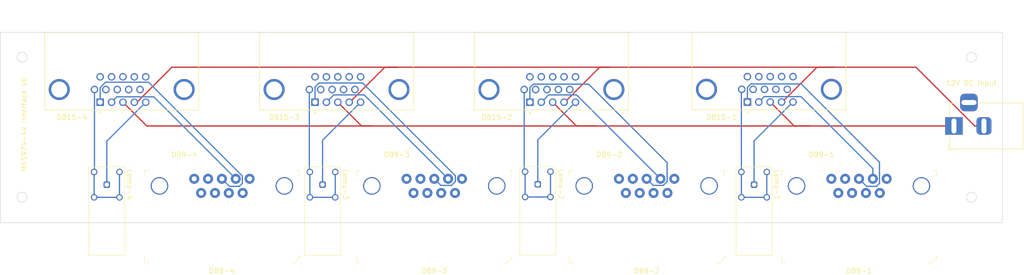
<source format=kicad_pcb>
(kicad_pcb (version 20240108) (generator "pcbnew") (generator_version "8.0")
  (title_block (title "MKS974-4x Interface board") (date "2025-02-14") (rev "0"))
  (layers (0 "F.Cu" signal) (31 "B.Cu" signal) (34 "B.Paste" user) (35 "F.Paste" user) (36 "B.SilkS" user "B.Silkscreen") (37 "F.SilkS" user "F.Silkscreen") (38 "B.Mask" user) (39 "F.Mask" user) (44 "Edge.Cuts" user))
  (net 0 "")
  (net 3 "Net-(DB15-1-Pad2)")
  (net 4 "/Lemo 1 (+)")
  (net 9 "/Lemo 1 (-)")
  (net 10 "Net-(DB15-1-Pad1)")
  (net 17 "Net-(DB15-2-Pad2)")
  (net 19 "Net-(DB15-2-Pad1)")
  (net 21 "Net-(DB15-3-Pad2)")
  (net 22 "Net-(DB15-3-Pad1)")
  (net 26 "/Lemo 2 (+)")
  (net 31 "/Lemo 2 (-)")
  (net 39 "Net-(DB15-4-Pad2)")
  (net 40 "Net-(DB15-4-Pad1)")
  (net 42 "/Lemo 3 (+)")
  (net 43 "Net-(DB15-1-Pad3)")
  (net 48 "/Lemo 3 (-)")
  (net 53 "Net-(DB15-1-Pad4)")
  (net 62 "/Lemo 4 (+)")
  (net 64 "/Lemo 4 (-)")
  (footprint "Connector_BarrelJack:BarrelJack_Horizontal" (layer "F.Cu") (at 231.5 51.7575 180)
    (property "Reference" "12V DC input" (at -3.46 8.5775 0) (layer "F.SilkS"))
    (property "Value" "Barrel_Jack" (hide yes))
    (fp_line (start 1.1 -3.75) (end 1.1 -4.8) (stroke (width 0.12)) (layer "F.SilkS"))
    (fp_line (start 0.9 4.6) (end -1 4.6) (stroke (width 0.12)) (layer "F.SilkS"))
    (fp_line (start 0.9 1.9) (end 0.9 4.6) (stroke (width 0.12)) (layer "F.SilkS"))
    (fp_line (start 0.9 -4.6) (end 0.9 -2) (stroke (width 0.12)) (layer "F.SilkS"))
    (fp_line (start 0.05 -4.8) (end 1.1 -4.8) (stroke (width 0.12)) (layer "F.SilkS"))
    (fp_line (start -5 4.6) (end -13.8 4.6) (stroke (width 0.12)) (layer "F.SilkS"))
    (fp_line (start -13.8 4.6) (end -13.8 -4.6) (stroke (width 0.12)) (layer "F.SilkS"))
    (fp_line (start -13.8 -4.6) (end 0.9 -4.6) (stroke (width 0.12)) (layer "F.SilkS"))
    (pad "1" thru_hole rect (at 0 0 180) (size 3.5 3.5) (drill oval 1 3) (layers "*.Cu" "*.Mask") (net 43 "Net-(DB15-1-Pad3)"))
    (pad "2" thru_hole roundrect (at -6 0 180) (size 3 3.5) (drill oval 1 3) (layers "*.Cu" "*.Mask") (net 53 "Net-(DB15-1-Pad4)"))
    (pad "3" thru_hole roundrect (at -3 4.7 180) (size 3.5 3.5) (drill oval 3 1) (layers "*.Cu" "*.Mask"))
  )
  (footprint "digikey-footprints:DSUB-9_Receptical_A-DF_09_A_KG-T2S" (layer "F.Cu") (at 212.5 63.75 180)
    (property "Reference" "DB9-1" (at 0 -17 0) (layer "F.SilkS"))
    (property "Value" "DB9_Male_MountingHoles" (hide yes))
    (fp_line (start 15.5 3.1) (end 15.5 2.1) (stroke (width 0.1)) (layer "F.SilkS"))
    (fp_line (start 15.5 -15.4) (end 15.5 -14) (stroke (width 0.1)) (layer "F.SilkS"))
    (fp_line (start 14.8 3.1) (end 15.5 3.1) (stroke (width 0.1)) (layer "F.SilkS"))
    (fp_line (start 14.7 -15.4) (end 15.5 -15.4) (stroke (width 0.1)) (layer "F.SilkS"))
    (fp_line (start -13.9 -15.4) (end -14.6 -15.4) (stroke (width 0.1)) (layer "F.SilkS"))
    (fp_line (start -14.6 -15.4) (end -15.5 -14.5) (stroke (width 0.1)) (layer "F.SilkS"))
    (fp_line (start -14.9 3.1) (end -15.5 3.1) (stroke (width 0.1)) (layer "F.SilkS"))
    (fp_line (start -15.5 3.1) (end -15.5 1.9) (stroke (width 0.1)) (layer "F.SilkS"))
    (fp_line (start -15.5 -14.1) (end -15.7 -14.1) (stroke (width 0.1)) (layer "F.SilkS"))
    (fp_line (start -15.5 -14.5) (end -15.5 -14.1) (stroke (width 0.1)) (layer "F.SilkS"))
    (fp_text user "${REFERENCE}" (at 7.5 6.25 0) (layer "F.SilkS"))
    (pad "1" thru_hole circle (at -5.54 1.42 180) (size 2 2) (drill 1) (layers "*.Cu" "*.Mask"))
    (pad "2" thru_hole circle (at -2.77 1.42 180) (size 2 2) (drill 1) (layers "*.Cu" "*.Mask") (net 3 "Net-(DB15-1-Pad2)"))
    (pad "3" thru_hole circle (at 0 1.42 180) (size 2 2) (drill 1) (layers "*.Cu" "*.Mask") (net 10 "Net-(DB15-1-Pad1)"))
    (pad "4" thru_hole circle (at 2.77 1.42 180) (size 2 2) (drill 1) (layers "*.Cu" "*.Mask"))
    (pad "5" thru_hole circle (at 5.54 1.42 180) (size 2 2) (drill 1) (layers "*.Cu" "*.Mask"))
    (pad "6" thru_hole circle (at -4.155 -1.42 180) (size 2 2) (drill 1) (layers "*.Cu" "*.Mask"))
    (pad "7" thru_hole circle (at -1.385 -1.42 180) (size 2 2) (drill 1) (layers "*.Cu" "*.Mask"))
    (pad "8" thru_hole circle (at 1.385 -1.42 180) (size 2 2) (drill 1) (layers "*.Cu" "*.Mask"))
    (pad "9" thru_hole circle (at 4.155 -1.42 180) (size 2 2) (drill 1) (layers "*.Cu" "*.Mask"))
    (pad "10" thru_hole circle (at -12.495 0 180) (size 3.5 3.5) (drill 3.05) (layers "*.Cu" "*.Mask"))
    (pad "10" thru_hole circle (at 12.495 0 180) (size 3.5 3.5) (drill 3.05) (layers "*.Cu" "*.Mask"))
  )
  (footprint "ICD15S13E4GX00LF(1):AMPHENOL_ICD15S13E4GX00LF" (layer "F.Cu") (at 107.94175 44.4625 180)
    (property "Reference" "DB15-3" (at 10.44175 -5.5375 180) (layer "F.SilkS"))
    (property "Value" "DB15_Male_HighDensity_MountingHoles" (hide yes))
    (fp_line (start 15.405 11.43) (end -15.405 11.43) (stroke (width 0.127)) (layer "F.SilkS"))
    (fp_line (start 15.405 -4.1) (end 15.405 11.43) (stroke (width 0.127)) (layer "F.SilkS"))
    (fp_line (start -15.405 11.43) (end -15.405 -4.1) (stroke (width 0.127)) (layer "F.SilkS"))
    (fp_line (start -15.405 -4.1) (end 15.405 -4.1) (stroke (width 0.127)) (layer "F.SilkS"))
    (fp_circle (center 4.305 -4.75) (end 4.405 -4.75) (stroke (width 0.2)) (fill none) (layer "F.SilkS"))
    (pad "1" thru_hole rect (at 4.305 -2.54 180) (size 1.508 1.508) (drill 1) (layers "*.Cu" "*.Mask") (net 22 "Net-(DB15-3-Pad1)"))
    (pad "2" thru_hole circle (at 2.025 -2.54 180) (size 1.508 1.508) (drill 1) (layers "*.Cu" "*.Mask") (net 21 "Net-(DB15-3-Pad2)"))
    (pad "3" thru_hole circle (at -0.255 -2.54 180) (size 1.508 1.508) (drill 1) (layers "*.Cu" "*.Mask") (net 43 "Net-(DB15-1-Pad3)"))
    (pad "4" thru_hole circle (at -2.535 -2.54 180) (size 1.508 1.508) (drill 1) (layers "*.Cu" "*.Mask") (net 53 "Net-(DB15-1-Pad4)"))
    (pad "5" thru_hole circle (at -4.815 -2.54 180) (size 1.508 1.508) (drill 1) (layers "*.Cu" "*.Mask") (net 62 "/Lemo 4 (+)"))
    (pad "6" thru_hole circle (at 5.445 0 180) (size 1.508 1.508) (drill 1) (layers "*.Cu" "*.Mask") (net 64 "/Lemo 4 (-)"))
    (pad "7" thru_hole circle (at 3.165 0 180) (size 1.508 1.508) (drill 1) (layers "*.Cu" "*.Mask"))
    (pad "8" thru_hole circle (at 0.885 0 180) (size 1.508 1.508) (drill 1) (layers "*.Cu" "*.Mask"))
    (pad "9" thru_hole circle (at -1.395 0 180) (size 1.508 1.508) (drill 1) (layers "*.Cu" "*.Mask"))
    (pad "10" thru_hole circle (at -3.675 0 180) (size 1.508 1.508) (drill 1) (layers "*.Cu" "*.Mask"))
    (pad "11" thru_hole circle (at 4.305 2.54 180) (size 1.508 1.508) (drill 1) (layers "*.Cu" "*.Mask"))
    (pad "12" thru_hole circle (at 2.025 2.54 180) (size 1.508 1.508) (drill 1) (layers "*.Cu" "*.Mask"))
    (pad "13" thru_hole circle (at -0.255 2.54 180) (size 1.508 1.508) (drill 1) (layers "*.Cu" "*.Mask"))
    (pad "14" thru_hole circle (at -2.535 2.54 180) (size 1.508 1.508) (drill 1) (layers "*.Cu" "*.Mask"))
    (pad "15" thru_hole circle (at -4.815 2.54 180) (size 1.508 1.508) (drill 1) (layers "*.Cu" "*.Mask"))
    (pad "S1" thru_hole circle (at -12.495 0 180) (size 4.216 4.216) (drill 3.2) (layers "*.Cu" "*.Mask"))
    (pad "S2" thru_hole circle (at 12.495 0 180) (size 4.216 4.216) (drill 3.2) (layers "*.Cu" "*.Mask"))
  )
  (footprint "digikey-footprints:DSUB-9_Receptical_A-DF_09_A_KG-T2S" (layer "F.Cu") (at 170 63.75 180)
    (property "Reference" "DB9-2" (at 0 -17 0) (layer "F.SilkS"))
    (property "Value" "DB9_Male_MountingHoles" (hide yes))
    (fp_line (start 15.5 3.1) (end 15.5 2.1) (stroke (width 0.1)) (layer "F.SilkS"))
    (fp_line (start 15.5 -15.4) (end 15.5 -14) (stroke (width 0.1)) (layer "F.SilkS"))
    (fp_line (start 14.8 3.1) (end 15.5 3.1) (stroke (width 0.1)) (layer "F.SilkS"))
    (fp_line (start 14.7 -15.4) (end 15.5 -15.4) (stroke (width 0.1)) (layer "F.SilkS"))
    (fp_line (start -13.9 -15.4) (end -14.6 -15.4) (stroke (width 0.1)) (layer "F.SilkS"))
    (fp_line (start -14.6 -15.4) (end -15.5 -14.5) (stroke (width 0.1)) (layer "F.SilkS"))
    (fp_line (start -14.9 3.1) (end -15.5 3.1) (stroke (width 0.1)) (layer "F.SilkS"))
    (fp_line (start -15.5 3.1) (end -15.5 1.9) (stroke (width 0.1)) (layer "F.SilkS"))
    (fp_line (start -15.5 -14.1) (end -15.7 -14.1) (stroke (width 0.1)) (layer "F.SilkS"))
    (fp_line (start -15.5 -14.5) (end -15.5 -14.1) (stroke (width 0.1)) (layer "F.SilkS"))
    (fp_text user "${REFERENCE}" (at 7.5 6.25 0) (layer "F.SilkS"))
    (pad "1" thru_hole circle (at -5.54 1.42 180) (size 2 2) (drill 1) (layers "*.Cu" "*.Mask"))
    (pad "2" thru_hole circle (at -2.77 1.42 180) (size 2 2) (drill 1) (layers "*.Cu" "*.Mask") (net 17 "Net-(DB15-2-Pad2)"))
    (pad "3" thru_hole circle (at 0 1.42 180) (size 2 2) (drill 1) (layers "*.Cu" "*.Mask") (net 19 "Net-(DB15-2-Pad1)"))
    (pad "4" thru_hole circle (at 2.77 1.42 180) (size 2 2) (drill 1) (layers "*.Cu" "*.Mask"))
    (pad "5" thru_hole circle (at 5.54 1.42 180) (size 2 2) (drill 1) (layers "*.Cu" "*.Mask"))
    (pad "6" thru_hole circle (at -4.155 -1.42 180) (size 2 2) (drill 1) (layers "*.Cu" "*.Mask"))
    (pad "7" thru_hole circle (at -1.385 -1.42 180) (size 2 2) (drill 1) (layers "*.Cu" "*.Mask"))
    (pad "8" thru_hole circle (at 1.385 -1.42 180) (size 2 2) (drill 1) (layers "*.Cu" "*.Mask"))
    (pad "9" thru_hole circle (at 4.155 -1.42 180) (size 2 2) (drill 1) (layers "*.Cu" "*.Mask"))
    (pad "10" thru_hole circle (at -12.495 0 180) (size 3.5 3.5) (drill 3.05) (layers "*.Cu" "*.Mask"))
    (pad "10" thru_hole circle (at 12.495 0 180) (size 3.5 3.5) (drill 3.05) (layers "*.Cu" "*.Mask"))
  )
  (footprint "digikey-footprints:DSUB-9_Receptical_A-DF_09_A_KG-T2S" (layer "F.Cu") (at 85 63.75 180)
    (property "Reference" "DB9-4" (at 0 -17 0) (layer "F.SilkS"))
    (property "Value" "DB9_Male_MountingHoles" (hide yes))
    (fp_line (start 15.5 3.1) (end 15.5 2.1) (stroke (width 0.1)) (layer "F.SilkS"))
    (fp_line (start 15.5 -15.4) (end 15.5 -14) (stroke (width 0.1)) (layer "F.SilkS"))
    (fp_line (start 14.8 3.1) (end 15.5 3.1) (stroke (width 0.1)) (layer "F.SilkS"))
    (fp_line (start 14.7 -15.4) (end 15.5 -15.4) (stroke (width 0.1)) (layer "F.SilkS"))
    (fp_line (start -13.9 -15.4) (end -14.6 -15.4) (stroke (width 0.1)) (layer "F.SilkS"))
    (fp_line (start -14.6 -15.4) (end -15.5 -14.5) (stroke (width 0.1)) (layer "F.SilkS"))
    (fp_line (start -14.9 3.1) (end -15.5 3.1) (stroke (width 0.1)) (layer "F.SilkS"))
    (fp_line (start -15.5 3.1) (end -15.5 1.9) (stroke (width 0.1)) (layer "F.SilkS"))
    (fp_line (start -15.5 -14.1) (end -15.7 -14.1) (stroke (width 0.1)) (layer "F.SilkS"))
    (fp_line (start -15.5 -14.5) (end -15.5 -14.1) (stroke (width 0.1)) (layer "F.SilkS"))
    (fp_text user "${REFERENCE}" (at 7.5 6.25 0) (layer "F.SilkS"))
    (pad "1" thru_hole circle (at -5.54 1.42 180) (size 2 2) (drill 1) (layers "*.Cu" "*.Mask"))
    (pad "2" thru_hole circle (at -2.77 1.42 180) (size 2 2) (drill 1) (layers "*.Cu" "*.Mask") (net 39 "Net-(DB15-4-Pad2)"))
    (pad "3" thru_hole circle (at 0 1.42 180) (size 2 2) (drill 1) (layers "*.Cu" "*.Mask") (net 40 "Net-(DB15-4-Pad1)"))
    (pad "4" thru_hole circle (at 2.77 1.42 180) (size 2 2) (drill 1) (layers "*.Cu" "*.Mask"))
    (pad "5" thru_hole circle (at 5.54 1.42 180) (size 2 2) (drill 1) (layers "*.Cu" "*.Mask"))
    (pad "6" thru_hole circle (at -4.155 -1.42 180) (size 2 2) (drill 1) (layers "*.Cu" "*.Mask"))
    (pad "7" thru_hole circle (at -1.385 -1.42 180) (size 2 2) (drill 1) (layers "*.Cu" "*.Mask"))
    (pad "8" thru_hole circle (at 1.385 -1.42 180) (size 2 2) (drill 1) (layers "*.Cu" "*.Mask"))
    (pad "9" thru_hole circle (at 4.155 -1.42 180) (size 2 2) (drill 1) (layers "*.Cu" "*.Mask"))
    (pad "10" thru_hole circle (at -12.495 0 180) (size 3.5 3.5) (drill 3.05) (layers "*.Cu" "*.Mask"))
    (pad "10" thru_hole circle (at 12.495 0 180) (size 3.5 3.5) (drill 3.05) (layers "*.Cu" "*.Mask"))
  )
  (footprint "Connector_Coaxial:LEMO-EPL.00.250.NTN" (layer "F.Cu") (at 105.14 63.5 -90)
    (property "Reference" "Lemo-3" (at 0 -4.6 -90) (layer "F.SilkS"))
    (property "Value" "Conn_Coaxial" (hide yes))
    (fp_line (start -3.56 3.6) (end 14.14 3.6) (stroke (width 0.1)) (layer "F.SilkS"))
    (fp_line (start 14.14 3.6) (end 14.14 -3.6) (stroke (width 0.1)) (layer "F.SilkS"))
    (fp_line (start -3.56 -3.6) (end -3.56 3.6) (stroke (width 0.1)) (layer "F.SilkS"))
    (fp_line (start 14.14 -3.6) (end -3.56 -3.6) (stroke (width 0.1)) (layer "F.SilkS"))
    (pad "1" thru_hole roundrect (at 0 0 270) (size 1.3 1.3) (drill 0.85) (layers "*.Cu" "*.Mask") (net 62 "/Lemo 4 (+)"))
    (pad "2" thru_hole circle (at -2.54 -2.54 270) (size 1.3 1.3) (drill 0.85) (layers "*.Cu" "*.Mask") (net 64 "/Lemo 4 (-)"))
    (pad "2" thru_hole circle (at -2.54 2.54 270) (size 1.3 1.3) (drill 0.85) (layers "*.Cu" "*.Mask") (net 64 "/Lemo 4 (-)"))
    (pad "2" thru_hole circle (at 2.54 -2.54 270) (size 1.3 1.3) (drill 0.85) (layers "*.Cu" "*.Mask") (net 64 "/Lemo 4 (-)"))
    (pad "2" thru_hole circle (at 2.54 2.54 270) (size 1.3 1.3) (drill 0.85) (layers "*.Cu" "*.Mask") (net 64 "/Lemo 4 (-)"))
  )
  (footprint "Connector_Coaxial:LEMO-EPL.00.250.NTN" (layer "F.Cu") (at 191.5 63.5 -90)
    (property "Reference" "Lemo-1" (at 0 -4.6 -90) (layer "F.SilkS"))
    (property "Value" "Conn_Coaxial" (hide yes))
    (fp_line (start -3.56 3.6) (end 14.14 3.6) (stroke (width 0.1)) (layer "F.SilkS"))
    (fp_line (start 14.14 3.6) (end 14.14 -3.6) (stroke (width 0.1)) (layer "F.SilkS"))
    (fp_line (start -3.56 -3.6) (end -3.56 3.6) (stroke (width 0.1)) (layer "F.SilkS"))
    (fp_line (start 14.14 -3.6) (end -3.56 -3.6) (stroke (width 0.1)) (layer "F.SilkS"))
    (pad "1" thru_hole roundrect (at 0 0 270) (size 1.3 1.3) (drill 0.85) (layers "*.Cu" "*.Mask") (net 42 "/Lemo 3 (+)"))
    (pad "2" thru_hole circle (at -2.54 -2.54 270) (size 1.3 1.3) (drill 0.85) (layers "*.Cu" "*.Mask") (net 48 "/Lemo 3 (-)"))
    (pad "2" thru_hole circle (at -2.54 2.54 270) (size 1.3 1.3) (drill 0.85) (layers "*.Cu" "*.Mask") (net 48 "/Lemo 3 (-)"))
    (pad "2" thru_hole circle (at 2.54 -2.54 270) (size 1.3 1.3) (drill 0.85) (layers "*.Cu" "*.Mask") (net 48 "/Lemo 3 (-)"))
    (pad "2" thru_hole circle (at 2.54 2.54 270) (size 1.3 1.3) (drill 0.85) (layers "*.Cu" "*.Mask") (net 48 "/Lemo 3 (-)"))
  )
  (footprint "ICD15S13E4GX00LF(1):AMPHENOL_ICD15S13E4GX00LF" (layer "F.Cu") (at 64.94175 44.4625 180)
    (property "Reference" "DB15-4" (at 9.94175 -5.5375 180) (layer "F.SilkS"))
    (property "Value" "DB15_Male_HighDensity_MountingHoles" (hide yes))
    (fp_line (start 15.405 11.43) (end -15.405 11.43) (stroke (width 0.127)) (layer "F.SilkS"))
    (fp_line (start 15.405 -4.1) (end 15.405 11.43) (stroke (width 0.127)) (layer "F.SilkS"))
    (fp_line (start -15.405 11.43) (end -15.405 -4.1) (stroke (width 0.127)) (layer "F.SilkS"))
    (fp_line (start -15.405 -4.1) (end 15.405 -4.1) (stroke (width 0.127)) (layer "F.SilkS"))
    (fp_circle (center 4.305 -4.75) (end 4.405 -4.75) (stroke (width 0.2)) (fill none) (layer "F.SilkS"))
    (pad "1" thru_hole rect (at 4.305 -2.54 180) (size 1.508 1.508) (drill 1) (layers "*.Cu" "*.Mask") (net 40 "Net-(DB15-4-Pad1)"))
    (pad "2" thru_hole circle (at 2.025 -2.54 180) (size 1.508 1.508) (drill 1) (layers "*.Cu" "*.Mask") (net 39 "Net-(DB15-4-Pad2)"))
    (pad "3" thru_hole circle (at -0.255 -2.54 180) (size 1.508 1.508) (drill 1) (layers "*.Cu" "*.Mask") (net 43 "Net-(DB15-1-Pad3)"))
    (pad "4" thru_hole circle (at -2.535 -2.54 180) (size 1.508 1.508) (drill 1) (layers "*.Cu" "*.Mask") (net 53 "Net-(DB15-1-Pad4)"))
    (pad "5" thru_hole circle (at -4.815 -2.54 180) (size 1.508 1.508) (drill 1) (layers "*.Cu" "*.Mask") (net 26 "/Lemo 2 (+)"))
    (pad "6" thru_hole circle (at 5.445 0 180) (size 1.508 1.508) (drill 1) (layers "*.Cu" "*.Mask") (net 31 "/Lemo 2 (-)"))
    (pad "7" thru_hole circle (at 3.165 0 180) (size 1.508 1.508) (drill 1) (layers "*.Cu" "*.Mask"))
    (pad "8" thru_hole circle (at 0.885 0 180) (size 1.508 1.508) (drill 1) (layers "*.Cu" "*.Mask"))
    (pad "9" thru_hole circle (at -1.395 0 180) (size 1.508 1.508) (drill 1) (layers "*.Cu" "*.Mask"))
    (pad "10" thru_hole circle (at -3.675 0 180) (size 1.508 1.508) (drill 1) (layers "*.Cu" "*.Mask"))
    (pad "11" thru_hole circle (at 4.305 2.54 180) (size 1.508 1.508) (drill 1) (layers "*.Cu" "*.Mask"))
    (pad "12" thru_hole circle (at 2.025 2.54 180) (size 1.508 1.508) (drill 1) (layers "*.Cu" "*.Mask"))
    (pad "13" thru_hole circle (at -0.255 2.54 180) (size 1.508 1.508) (drill 1) (layers "*.Cu" "*.Mask"))
    (pad "14" thru_hole circle (at -2.535 2.54 180) (size 1.508 1.508) (drill 1) (layers "*.Cu" "*.Mask"))
    (pad "15" thru_hole circle (at -4.815 2.54 180) (size 1.508 1.508) (drill 1) (layers "*.Cu" "*.Mask"))
    (pad "S1" thru_hole circle (at -12.495 0 180) (size 4.216 4.216) (drill 3.2) (layers "*.Cu" "*.Mask"))
    (pad "S2" thru_hole circle (at 12.495 0 180) (size 4.216 4.216) (drill 3.2) (layers "*.Cu" "*.Mask"))
  )
  (footprint "Connector_Coaxial:LEMO-EPL.00.250.NTN" (layer "F.Cu") (at 61.96 63.5 -90)
    (property "Reference" "Lemo-4" (at 0 -4.6 -90) (layer "F.SilkS"))
    (property "Value" "Conn_Coaxial" (hide yes))
    (fp_line (start -3.56 3.6) (end 14.14 3.6) (stroke (width 0.1)) (layer "F.SilkS"))
    (fp_line (start 14.14 3.6) (end 14.14 -3.6) (stroke (width 0.1)) (layer "F.SilkS"))
    (fp_line (start -3.56 -3.6) (end -3.56 3.6) (stroke (width 0.1)) (layer "F.SilkS"))
    (fp_line (start 14.14 -3.6) (end -3.56 -3.6) (stroke (width 0.1)) (layer "F.SilkS"))
    (pad "1" thru_hole roundrect (at 0 0 270) (size 1.3 1.3) (drill 0.85) (layers "*.Cu" "*.Mask") (net 26 "/Lemo 2 (+)"))
    (pad "2" thru_hole circle (at -2.54 -2.54 270) (size 1.3 1.3) (drill 0.85) (layers "*.Cu" "*.Mask") (net 31 "/Lemo 2 (-)"))
    (pad "2" thru_hole circle (at -2.54 2.54 270) (size 1.3 1.3) (drill 0.85) (layers "*.Cu" "*.Mask") (net 31 "/Lemo 2 (-)"))
    (pad "2" thru_hole circle (at 2.54 -2.54 270) (size 1.3 1.3) (drill 0.85) (layers "*.Cu" "*.Mask") (net 31 "/Lemo 2 (-)"))
    (pad "2" thru_hole circle (at 2.54 2.54 270) (size 1.3 1.3) (drill 0.85) (layers "*.Cu" "*.Mask") (net 31 "/Lemo 2 (-)"))
  )
  (footprint "Connector_Coaxial:LEMO-EPL.00.250.NTN" (layer "F.Cu") (at 148.215 63.435 -90)
    (property "Reference" "Lemo-2" (at 0 -4.6 -90) (layer "F.SilkS"))
    (property "Value" "Conn_Coaxial" (hide yes))
    (fp_line (start -3.56 3.6) (end 14.14 3.6) (stroke (width 0.1)) (layer "F.SilkS"))
    (fp_line (start 14.14 3.6) (end 14.14 -3.6) (stroke (width 0.1)) (layer "F.SilkS"))
    (fp_line (start -3.56 -3.6) (end -3.56 3.6) (stroke (width 0.1)) (layer "F.SilkS"))
    (fp_line (start 14.14 -3.6) (end -3.56 -3.6) (stroke (width 0.1)) (layer "F.SilkS"))
    (pad "1" thru_hole roundrect (at 0 0 270) (size 1.3 1.3) (drill 0.85) (layers "*.Cu" "*.Mask") (net 4 "/Lemo 1 (+)"))
    (pad "2" thru_hole circle (at -2.54 -2.54 270) (size 1.3 1.3) (drill 0.85) (layers "*.Cu" "*.Mask") (net 9 "/Lemo 1 (-)"))
    (pad "2" thru_hole circle (at -2.54 2.54 270) (size 1.3 1.3) (drill 0.85) (layers "*.Cu" "*.Mask") (net 9 "/Lemo 1 (-)"))
    (pad "2" thru_hole circle (at 2.54 -2.54 270) (size 1.3 1.3) (drill 0.85) (layers "*.Cu" "*.Mask") (net 9 "/Lemo 1 (-)"))
    (pad "2" thru_hole circle (at 2.54 2.54 270) (size 1.3 1.3) (drill 0.85) (layers "*.Cu" "*.Mask") (net 9 "/Lemo 1 (-)"))
  )
  (footprint "digikey-footprints:DSUB-9_Receptical_A-DF_09_A_KG-T2S" (layer "F.Cu") (at 127.5 63.75 180)
    (property "Reference" "DB9-3" (at 0 -17 0) (layer "F.SilkS"))
    (property "Value" "DB9_Male_MountingHoles" (hide yes))
    (fp_line (start 15.5 3.1) (end 15.5 2.1) (stroke (width 0.1)) (layer "F.SilkS"))
    (fp_line (start 15.5 -15.4) (end 15.5 -14) (stroke (width 0.1)) (layer "F.SilkS"))
    (fp_line (start 14.8 3.1) (end 15.5 3.1) (stroke (width 0.1)) (layer "F.SilkS"))
    (fp_line (start 14.7 -15.4) (end 15.5 -15.4) (stroke (width 0.1)) (layer "F.SilkS"))
    (fp_line (start -13.9 -15.4) (end -14.6 -15.4) (stroke (width 0.1)) (layer "F.SilkS"))
    (fp_line (start -14.6 -15.4) (end -15.5 -14.5) (stroke (width 0.1)) (layer "F.SilkS"))
    (fp_line (start -14.9 3.1) (end -15.5 3.1) (stroke (width 0.1)) (layer "F.SilkS"))
    (fp_line (start -15.5 3.1) (end -15.5 1.9) (stroke (width 0.1)) (layer "F.SilkS"))
    (fp_line (start -15.5 -14.1) (end -15.7 -14.1) (stroke (width 0.1)) (layer "F.SilkS"))
    (fp_line (start -15.5 -14.5) (end -15.5 -14.1) (stroke (width 0.1)) (layer "F.SilkS"))
    (fp_text user "${REFERENCE}" (at 7.5 6.25 0) (layer "F.SilkS"))
    (pad "1" thru_hole circle (at -5.54 1.42 180) (size 2 2) (drill 1) (layers "*.Cu" "*.Mask"))
    (pad "2" thru_hole circle (at -2.77 1.42 180) (size 2 2) (drill 1) (layers "*.Cu" "*.Mask") (net 21 "Net-(DB15-3-Pad2)"))
    (pad "3" thru_hole circle (at 0 1.42 180) (size 2 2) (drill 1) (layers "*.Cu" "*.Mask") (net 22 "Net-(DB15-3-Pad1)"))
    (pad "4" thru_hole circle (at 2.77 1.42 180) (size 2 2) (drill 1) (layers "*.Cu" "*.Mask"))
    (pad "5" thru_hole circle (at 5.54 1.42 180) (size 2 2) (drill 1) (layers "*.Cu" "*.Mask"))
    (pad "6" thru_hole circle (at -4.155 -1.42 180) (size 2 2) (drill 1) (layers "*.Cu" "*.Mask"))
    (pad "7" thru_hole circle (at -1.385 -1.42 180) (size 2 2) (drill 1) (layers "*.Cu" "*.Mask"))
    (pad "8" thru_hole circle (at 1.385 -1.42 180) (size 2 2) (drill 1) (layers "*.Cu" "*.Mask"))
    (pad "9" thru_hole circle (at 4.155 -1.42 180) (size 2 2) (drill 1) (layers "*.Cu" "*.Mask"))
    (pad "10" thru_hole circle (at -12.495 0 180) (size 3.5 3.5) (drill 3.05) (layers "*.Cu" "*.Mask"))
    (pad "10" thru_hole circle (at 12.495 0 180) (size 3.5 3.5) (drill 3.05) (layers "*.Cu" "*.Mask"))
  )
  (footprint "ICD15S13E4GX00LF(1):AMPHENOL_ICD15S13E4GX00LF" (layer "F.Cu") (at 194.47175 44.4225 180)
    (property "Reference" "DB15-1" (hide yes))
    (property "Value" "DB15_Male_HighDensity_MountingHoles" (hide yes))
    (fp_line (start 15.405 11.43) (end -15.405 11.43) (stroke (width 0.127)) (layer "F.SilkS"))
    (fp_line (start 15.405 -4.1) (end 15.405 11.43) (stroke (width 0.127)) (layer "F.SilkS"))
    (fp_line (start -15.405 11.43) (end -15.405 -4.1) (stroke (width 0.127)) (layer "F.SilkS"))
    (fp_line (start -15.405 -4.1) (end 15.405 -4.1) (stroke (width 0.127)) (layer "F.SilkS"))
    (fp_circle (center 4.305 -4.75) (end 4.405 -4.75) (stroke (width 0.2)) (fill none) (layer "F.SilkS"))
    (fp_text user "${REFERENCE}" (at 9.47175 -5.5775 0) (layer "F.SilkS"))
    (pad "1" thru_hole rect (at 4.305 -2.54 180) (size 1.508 1.508) (drill 1) (layers "*.Cu" "*.Mask") (net 10 "Net-(DB15-1-Pad1)"))
    (pad "2" thru_hole circle (at 2.025 -2.54 180) (size 1.508 1.508) (drill 1) (layers "*.Cu" "*.Mask") (net 3 "Net-(DB15-1-Pad2)"))
    (pad "3" thru_hole circle (at -0.255 -2.54 180) (size 1.508 1.508) (drill 1) (layers "*.Cu" "*.Mask") (net 43 "Net-(DB15-1-Pad3)"))
    (pad "4" thru_hole circle (at -2.535 -2.54 180) (size 1.508 1.508) (drill 1) (layers "*.Cu" "*.Mask") (net 53 "Net-(DB15-1-Pad4)"))
    (pad "5" thru_hole circle (at -4.815 -2.54 180) (size 1.508 1.508) (drill 1) (layers "*.Cu" "*.Mask") (net 42 "/Lemo 3 (+)"))
    (pad "6" thru_hole circle (at 5.445 0 180) (size 1.508 1.508) (drill 1) (layers "*.Cu" "*.Mask") (net 48 "/Lemo 3 (-)"))
    (pad "7" thru_hole circle (at 3.165 0 180) (size 1.508 1.508) (drill 1) (layers "*.Cu" "*.Mask"))
    (pad "8" thru_hole circle (at 0.885 0 180) (size 1.508 1.508) (drill 1) (layers "*.Cu" "*.Mask"))
    (pad "9" thru_hole circle (at -1.395 0 180) (size 1.508 1.508) (drill 1) (layers "*.Cu" "*.Mask"))
    (pad "10" thru_hole circle (at -3.675 0 180) (size 1.508 1.508) (drill 1) (layers "*.Cu" "*.Mask"))
    (pad "11" thru_hole circle (at 4.305 2.54 180) (size 1.508 1.508) (drill 1) (layers "*.Cu" "*.Mask"))
    (pad "12" thru_hole circle (at 2.025 2.54 180) (size 1.508 1.508) (drill 1) (layers "*.Cu" "*.Mask"))
    (pad "13" thru_hole circle (at -0.255 2.54 180) (size 1.508 1.508) (drill 1) (layers "*.Cu" "*.Mask"))
    (pad "14" thru_hole circle (at -2.535 2.54 180) (size 1.508 1.508) (drill 1) (layers "*.Cu" "*.Mask"))
    (pad "15" thru_hole circle (at -4.815 2.54 180) (size 1.508 1.508) (drill 1) (layers "*.Cu" "*.Mask"))
    (pad "S1" thru_hole circle (at -12.495 0 180) (size 4.216 4.216) (drill 3.2) (layers "*.Cu" "*.Mask"))
    (pad "S2" thru_hole circle (at 12.495 0 180) (size 4.216 4.216) (drill 3.2) (layers "*.Cu" "*.Mask"))
  )
  (footprint "ICD15S13E4GX00LF(1):AMPHENOL_ICD15S13E4GX00LF" (layer "F.Cu") (at 150.94175 44.4625 180)
    (property "Reference" "DB15-2" (hide yes))
    (property "Value" "DB15_Male_HighDensity_MountingHoles" (hide yes))
    (fp_line (start 15.405 11.43) (end -15.405 11.43) (stroke (width 0.127)) (layer "F.SilkS"))
    (fp_line (start 15.405 -4.1) (end 15.405 11.43) (stroke (width 0.127)) (layer "F.SilkS"))
    (fp_line (start -15.405 11.43) (end -15.405 -4.1) (stroke (width 0.127)) (layer "F.SilkS"))
    (fp_line (start -15.405 -4.1) (end 15.405 -4.1) (stroke (width 0.127)) (layer "F.SilkS"))
    (fp_circle (center 4.305 -4.75) (end 4.405 -4.75) (stroke (width 0.2)) (fill none) (layer "F.SilkS"))
    (fp_text user "${REFERENCE}" (at 10.94175 -5.5375 0) (layer "F.SilkS"))
    (pad "1" thru_hole rect (at 4.305 -2.54 180) (size 1.508 1.508) (drill 1) (layers "*.Cu" "*.Mask") (net 19 "Net-(DB15-2-Pad1)"))
    (pad "2" thru_hole circle (at 2.025 -2.54 180) (size 1.508 1.508) (drill 1) (layers "*.Cu" "*.Mask") (net 17 "Net-(DB15-2-Pad2)"))
    (pad "3" thru_hole circle (at -0.255 -2.54 180) (size 1.508 1.508) (drill 1) (layers "*.Cu" "*.Mask") (net 43 "Net-(DB15-1-Pad3)"))
    (pad "4" thru_hole circle (at -2.535 -2.54 180) (size 1.508 1.508) (drill 1) (layers "*.Cu" "*.Mask") (net 53 "Net-(DB15-1-Pad4)"))
    (pad "5" thru_hole circle (at -4.815 -2.54 180) (size 1.508 1.508) (drill 1) (layers "*.Cu" "*.Mask") (net 4 "/Lemo 1 (+)"))
    (pad "6" thru_hole circle (at 5.445 0 180) (size 1.508 1.508) (drill 1) (layers "*.Cu" "*.Mask") (net 9 "/Lemo 1 (-)"))
    (pad "7" thru_hole circle (at 3.165 0 180) (size 1.508 1.508) (drill 1) (layers "*.Cu" "*.Mask"))
    (pad "8" thru_hole circle (at 0.885 0 180) (size 1.508 1.508) (drill 1) (layers "*.Cu" "*.Mask"))
    (pad "9" thru_hole circle (at -1.395 0 180) (size 1.508 1.508) (drill 1) (layers "*.Cu" "*.Mask"))
    (pad "10" thru_hole circle (at -3.675 0 180) (size 1.508 1.508) (drill 1) (layers "*.Cu" "*.Mask"))
    (pad "11" thru_hole circle (at 4.305 2.54 180) (size 1.508 1.508) (drill 1) (layers "*.Cu" "*.Mask"))
    (pad "12" thru_hole circle (at 2.025 2.54 180) (size 1.508 1.508) (drill 1) (layers "*.Cu" "*.Mask"))
    (pad "13" thru_hole circle (at -0.255 2.54 180) (size 1.508 1.508) (drill 1) (layers "*.Cu" "*.Mask"))
    (pad "14" thru_hole circle (at -2.535 2.54 180) (size 1.508 1.508) (drill 1) (layers "*.Cu" "*.Mask"))
    (pad "15" thru_hole circle (at -4.815 2.54 180) (size 1.508 1.508) (drill 1) (layers "*.Cu" "*.Mask"))
    (pad "S1" thru_hole circle (at -12.495 0 180) (size 4.216 4.216) (drill 3.2) (layers "*.Cu" "*.Mask"))
    (pad "S2" thru_hole circle (at 12.495 0 180) (size 4.216 4.216) (drill 3.2) (layers "*.Cu" "*.Mask"))
  )
  (gr_circle (center 235 38) (end 234 38) (stroke (width 0.1)) (fill none) (layer "Edge.Cuts"))
  (gr_circle (center 45 38) (end 45 39) (stroke (width 0.1)) (fill none) (layer "Edge.Cuts"))
  (gr_circle (center 45 66) (end 45 65) (stroke (width 0.1)) (fill none) (layer "Edge.Cuts"))
  (gr_rect (start 40.64 33.02) (end 241.18 71.12) (stroke (width 0.1)) (fill none) (layer "Edge.Cuts"))
  (gr_circle (center 235 66) (end 236 66) (stroke (width 0.1)) (fill none) (layer "Edge.Cuts"))
  (gr_text "MKS974-4x Interface V${REVISION}" (at 46 60.96 90) (layer "F.SilkS") (effects (font (size 1 1)) (justify left bottom)))
  (segment (start 215.27 60.27) (end 215.27 62.33) (width 0.25) (layer "B.Cu") (net 3))
  (segment (start 192.44675 46.9625) (end 193.52575 45.8835) (width 0.25) (layer "B.Cu") (net 3))
  (segment (start 200.8835 45.8835) (end 215.27 60.27) (width 0.25) (layer "B.Cu") (net 3))
  (segment (start 193.52575 45.8835) (end 200.8835 45.8835) (width 0.25) (layer "B.Cu") (net 3))
  (segment (start 148.215 54.54425) (end 155.75675 47.0025) (width 0.25) (layer "B.Cu") (net 4))
  (segment (start 148.37 63.28) (end 148.215 63.435) (width 0.25) (layer "B.Cu") (net 4))
  (segment (start 148.215 63.435) (end 148.215 54.54425) (width 0.25) (layer "B.Cu") (net 4))
  (segment (start 145.49675 44.4625) (end 145.49675 60.71675) (width 0.25) (layer "B.Cu") (net 9))
  (segment (start 150.755 65.975) (end 150.755 60.895) (width 0.25) (layer "B.Cu") (net 9))
  (segment (start 150.755 65.975) (end 145.675 65.975) (width 0.25) (layer "B.Cu") (net 9))
  (segment (start 145.49675 60.71675) (end 145.675 60.895) (width 0.25) (layer "B.Cu") (net 9))
  (segment (start 145.675 60.895) (end 145.675 65.975) (width 0.25) (layer "B.Cu") (net 9))
  (segment (start 216.595 63.236167) (end 215.986167 63.845) (width 0.25) (layer "B.Cu") (net 10))
  (segment (start 215.986167 63.845) (end 214.015 63.845) (width 0.25) (layer "B.Cu") (net 10))
  (segment (start 190.16675 46.9625) (end 190.16675 44.036563) (width 0.25) (layer "B.Cu") (net 10))
  (segment (start 214.015 63.845) (end 212.5 62.33) (width 0.25) (layer "B.Cu") (net 10))
  (segment (start 200.927333 43.3435) (end 216.595 59.011167) (width 0.25) (layer "B.Cu") (net 10))
  (segment (start 216.595 59.011167) (end 216.595 63.236167) (width 0.25) (layer "B.Cu") (net 10))
  (segment (start 190.859813 43.3435) (end 200.927333 43.3435) (width 0.25) (layer "B.Cu") (net 10))
  (segment (start 190.16675 44.036563) (end 190.859813 43.3435) (width 0.25) (layer "B.Cu") (net 10))
  (segment (start 172.77 62.33) (end 155.9815 45.5415) (width 0.25) (layer "B.Cu") (net 17))
  (segment (start 150.37775 45.5415) (end 148.91675 47.0025) (width 0.25) (layer "B.Cu") (net 17))
  (segment (start 155.9815 45.5415) (end 150.37775 45.5415) (width 0.25) (layer "B.Cu") (net 17))
  (segment (start 158.3835 43.3835) (end 174.095 59.095) (width 0.25) (layer "B.Cu") (net 19))
  (segment (start 146.63675 44.076563) (end 147.329813 43.3835) (width 0.25) (layer "B.Cu") (net 19))
  (segment (start 147.329813 43.3835) (end 158.3835 43.3835) (width 0.25) (layer "B.Cu") (net 19))
  (segment (start 146.63675 47.0025) (end 146.63675 44.076563) (width 0.25) (layer "B.Cu") (net 19))
  (segment (start 171.325 63.655) (end 170 62.33) (width 0.25) (layer "B.Cu") (net 19))
  (segment (start 174.095 59.095) (end 174.095 62.878833) (width 0.25) (layer "B.Cu") (net 19))
  (segment (start 173.318833 63.655) (end 171.325 63.655) (width 0.25) (layer "B.Cu") (net 19))
  (segment (start 174.095 62.878833) (end 173.318833 63.655) (width 0.25) (layer "B.Cu") (net 19))
  (segment (start 113.4815 45.5415) (end 130.27 62.33) (width 0.25) (layer "B.Cu") (net 21))
  (segment (start 107.37775 45.5415) (end 113.4815 45.5415) (width 0.25) (layer "B.Cu") (net 21))
  (segment (start 105.91675 47.0025) (end 107.37775 45.5415) (width 0.25) (layer "B.Cu") (net 21))
  (segment (start 130.938833 63.655) (end 131.715 62.878833) (width 0.25) (layer "B.Cu") (net 22))
  (segment (start 127.5 62.33) (end 128.825 63.655) (width 0.25) (layer "B.Cu") (net 22))
  (segment (start 131.715 62.878833) (end 131.715 61.715) (width 0.25) (layer "B.Cu") (net 22))
  (segment (start 104.4315 43.159813) (end 103.63675 43.954563) (width 0.25) (layer "B.Cu") (net 22))
  (segment (start 128.825 63.655) (end 130.938833 63.655) (width 0.25) (layer "B.Cu") (net 22))
  (segment (start 113.159813 43.159813) (end 104.4315 43.159813) (width 0.25) (layer "B.Cu") (net 22))
  (segment (start 131.715 61.715) (end 113.159813 43.159813) (width 0.25) (layer "B.Cu") (net 22))
  (segment (start 103.63675 43.954563) (end 103.63675 47.0025) (width 0.25) (layer "B.Cu") (net 22))
  (segment (start 61.96 54.79925) (end 61.96 63.5) (width 0.25) (layer "B.Cu") (net 26))
  (segment (start 69.75675 47.0025) (end 61.96 54.79925) (width 0.25) (layer "B.Cu") (net 26))
  (segment (start 62.115 63.345) (end 61.96 63.5) (width 0.25) (layer "B.Cu") (net 26))
  (segment (start 59.42 60.96) (end 59.42 66.04) (width 0.25) (layer "B.Cu") (net 31))
  (segment (start 59.345 60.885) (end 59.42 60.96) (width 0.25) (layer "B.Cu") (net 31))
  (segment (start 59.42 66.04) (end 64.5 66.04) (width 0.25) (layer "B.Cu") (net 31))
  (segment (start 59.49675 60.88325) (end 59.42 60.96) (width 0.25) (layer "B.Cu") (net 31))
  (segment (start 59.49675 44.4625) (end 59.49675 60.88325) (width 0.25) (layer "B.Cu") (net 31))
  (segment (start 64.5 66.04) (end 64.5 60.96) (width 0.25) (layer "B.Cu") (net 31))
  (segment (start 71.3635 45.9235) (end 63.99575 45.9235) (width 0.25) (layer "B.Cu") (net 39))
  (segment (start 87.77 62.33) (end 71.3635 45.9235) (width 0.25) (layer "B.Cu") (net 39))
  (segment (start 63.99575 45.9235) (end 62.91675 47.0025) (width 0.25) (layer "B.Cu") (net 39))
  (segment (start 89.095 63.236167) (end 88.486167 63.845) (width 0.25) (layer "B.Cu") (net 40))
  (segment (start 60.63675 44.076563) (end 61.711813 43.0015) (width 0.25) (layer "B.Cu") (net 40))
  (segment (start 86.515 63.845) (end 85 62.33) (width 0.25) (layer "B.Cu") (net 40))
  (segment (start 70.315333 43.0015) (end 89.095 61.781167) (width 0.25) (layer "B.Cu") (net 40))
  (segment (start 61.711813 43.0015) (end 70.315333 43.0015) (width 0.25) (layer "B.Cu") (net 40))
  (segment (start 88.486167 63.845) (end 86.515 63.845) (width 0.25) (layer "B.Cu") (net 40))
  (segment (start 89.095 61.781167) (end 89.095 63.236167) (width 0.25) (layer "B.Cu") (net 40))
  (segment (start 60.63675 47.0025) (end 60.63675 44.076563) (width 0.25) (layer "B.Cu") (net 40))
  (segment (start 191.5 63.5) (end 191.5 54.74925) (width 0.25) (layer "B.Cu") (net 42))
  (segment (start 191.655 63.345) (end 191.5 63.5) (width 0.25) (layer "B.Cu") (net 42))
  (segment (start 191.5 54.74925) (end 199.28675 46.9625) (width 0.25) (layer "B.Cu") (net 42))
  (segment (start 160 51.7575) (end 115 51.7575) (width 0.25) (layer "F.Cu") (net 43))
  (segment (start 112.95175 51.7575) (end 115 51.7575) (width 0.25) (layer "F.Cu") (net 43))
  (segment (start 202.5 51.7575) (end 231.5 51.7575) (width 0.25) (layer "F.Cu") (net 43))
  (segment (start 194.72675 46.9625) (end 199.52175 51.7575) (width 0.25) (layer "F.Cu") (net 43))
  (segment (start 69.95175 51.7575) (end 65.19675 47.0025) (width 0.25) (layer "F.Cu") (net 43))
  (segment (start 199.52175 51.7575) (end 202.5 51.7575) (width 0.25) (layer "F.Cu") (net 43))
  (segment (start 151.19675 47.0025) (end 155.95175 51.7575) (width 0.25) (layer "F.Cu") (net 43))
  (segment (start 108.19675 47.0025) (end 112.95175 51.7575) (width 0.25) (layer "F.Cu") (net 43))
  (segment (start 115 51.7575) (end 69.95175 51.7575) (width 0.25) (layer "F.Cu") (net 43))
  (segment (start 202.5 51.7575) (end 160 51.7575) (width 0.25) (layer "F.Cu") (net 43))
  (segment (start 155.95175 51.7575) (end 160 51.7575) (width 0.25) (layer "F.Cu") (net 43))
  (segment (start 188.885 60.885) (end 188.96 60.96) (width 0.25) (layer "B.Cu") (net 48))
  (segment (start 194.04 60.96) (end 194.04 66.04) (width 0.25) (layer "B.Cu") (net 48))
  (segment (start 188.96 44.48925) (end 188.96 60.96) (width 0.25) (layer "B.Cu") (net 48))
  (segment (start 188.96 60.96) (end 188.96 66.04) (width 0.25) (layer "B.Cu") (net 48))
  (segment (start 189.02675 44.4225) (end 188.96 44.48925) (width 0.25) (layer "B.Cu") (net 48))
  (segment (start 188.96 66.04) (end 194.04 66.04) (width 0.25) (layer "B.Cu") (net 48))
  (segment (start 67.9975 47.0025) (end 67.47675 47.0025) (width 0.25) (layer "F.Cu") (net 53))
  (segment (start 110.602687 47.0025) (end 117.605187 40) (width 0.25) (layer "F.Cu") (net 53))
  (segment (start 110.47675 47.0025) (end 110.602687 47.0025) (width 0.25) (layer "F.Cu") (net 53))
  (segment (start 162.5 40) (end 120 40) (width 0.25) (layer "F.Cu") (net 53))
  (segment (start 160.605187 40) (end 162.5 40) (width 0.25) (layer "F.Cu") (net 53))
  (segment (start 235.65 51.7575) (end 237.5 51.7575) (width 0.25) (layer "F.Cu") (net 53))
  (segment (start 120 40) (end 75 40) (width 0.25) (layer "F.Cu") (net 53))
  (segment (start 117.605187 40) (end 120 40) (width 0.25) (layer "F.Cu") (net 53))
  (segment (start 204.095187 40) (end 207.5 40) (width 0.25) (layer "F.Cu") (net 53))
  (segment (start 197.00675 46.9625) (end 197.132687 46.9625) (width 0.25) (layer "F.Cu") (net 53))
  (segment (start 75 40) (end 67.9975 47.0025) (width 0.25) (layer "F.Cu") (net 53))
  (segment (start 197.132687 46.9625) (end 204.095187 40) (width 0.25) (layer "F.Cu") (net 53))
  (segment (start 153.47675 47.0025) (end 153.602687 47.0025) (width 0.25) (layer "F.Cu") (net 53))
  (segment (start 223.8925 40) (end 235.65 51.7575) (width 0.25) (layer "F.Cu") (net 53))
  (segment (start 153.602687 47.0025) (end 160.605187 40) (width 0.25) (layer "F.Cu") (net 53))
  (segment (start 162.5 40) (end 223.8925 40) (width 0.25) (layer "F.Cu") (net 53))
  (segment (start 105.295 63.345) (end 105.14 63.5) (width 0.25) (layer "B.Cu") (net 62))
  (segment (start 105.14 54.61925) (end 105.14 63.5) (width 0.25) (layer "B.Cu") (net 62))
  (segment (start 112.75675 47.0025) (end 105.14 54.61925) (width 0.25) (layer "B.Cu") (net 62))
  (segment (start 102.6 60.96) (end 102.6 66.04) (width 0.25) (layer "B.Cu") (net 64))
  (segment (start 107.68 66.04) (end 102.6 66.04) (width 0.25) (layer "B.Cu") (net 64))
  (segment (start 107.68 66.04) (end 107.68 60.96) (width 0.25) (layer "B.Cu") (net 64))
  (segment (start 102.6 60.96) (end 102.49675 60.85675) (width 0.25) (layer "B.Cu") (net 64))
  (segment (start 102.49675 60.85675) (end 102.49675 44.4625) (width 0.25) (layer "B.Cu") (net 64))
)
</source>
